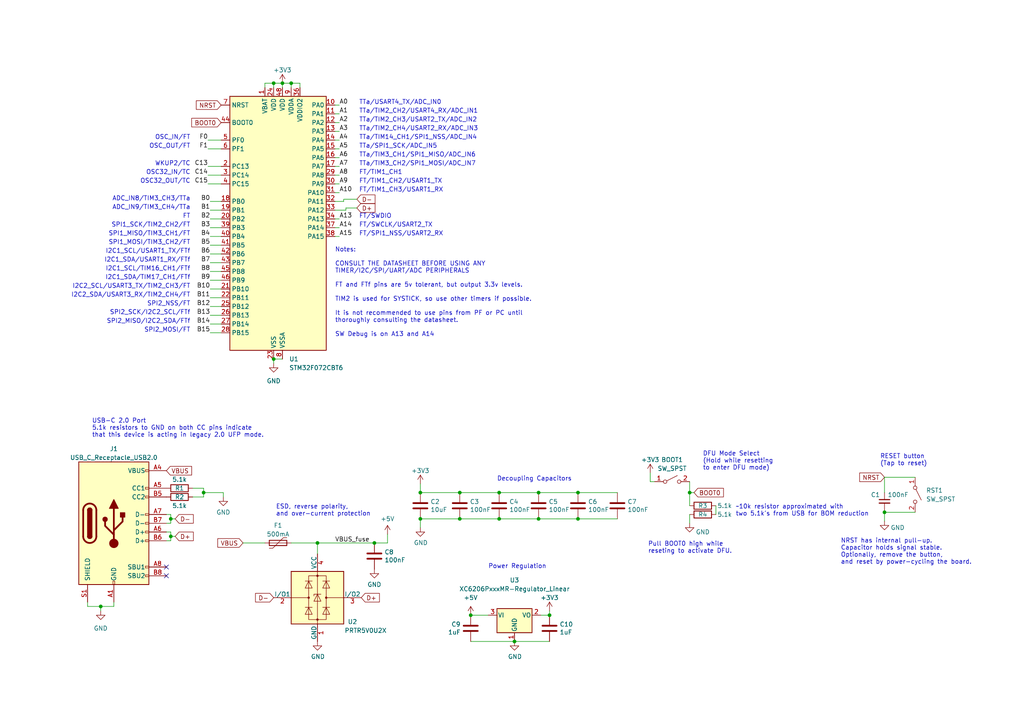
<source format=kicad_sch>
(kicad_sch (version 20250114) (generator "eeschema") (generator_version "9.0")
  (paper "A4")
  (lib_symbols
    (symbol "+5V_1" (power) (pin_names (offset 0))
      (property "Value" "+5V_1" (at 0 3.556 0))
      (symbol "+5V_1_0_1"
        (polyline (pts (xy -0.762 1.27) (xy 0 2.54)))
        (polyline (pts (xy 0 2.54) (xy 0.762 1.27)))
        (polyline (pts (xy 0 0) (xy 0 2.54)))
      )
      (symbol "+5V_1_1_1"
        (pin power_in line (at 0 0 90) (length 0) (hide yes) (name "+5V") (number "1"))
      )
    )
    (symbol "Connector:USB_C_Receptacle_USB2.0" (pin_names (offset 1.016))
      (property "Reference" "J" (at -10.16 19.05 0))
      (property "Value" "USB_C_Receptacle_USB2.0" (at 19.05 19.05 0))
      (symbol "USB_C_Receptacle_USB2.0_0_0"
        (rectangle (start -0.254 -17.78) (end 0.254 -16.764))
        (rectangle (start 10.16 15.494) (end 9.144 14.986))
        (rectangle (start 10.16 10.414) (end 9.144 9.906))
        (rectangle (start 10.16 7.874) (end 9.144 7.366))
        (rectangle (start 10.16 2.794) (end 9.144 2.286))
        (rectangle (start 10.16 0.254) (end 9.144 -0.254))
        (rectangle (start 10.16 -2.286) (end 9.144 -2.794))
        (rectangle (start 10.16 -4.826) (end 9.144 -5.334))
        (rectangle (start 10.16 -12.446) (end 9.144 -12.954))
        (rectangle (start 10.16 -14.986) (end 9.144 -15.494))
      )
      (symbol "USB_C_Receptacle_USB2.0_0_1"
        (rectangle (start -10.16 17.78) (end 10.16 -17.78) (stroke (width 0.254)) (fill (type background)))
        (polyline (pts (xy -8.89 -3.81) (xy -8.89 3.81)) (stroke (width 0.508)))
        (rectangle (start -7.62 -3.81) (end -6.35 3.81) (stroke (width 0.254)) (fill (type outline)))
        (arc (start -7.62 3.81) (mid -6.985 4.4423) (end -6.35 3.81) (stroke (width 0.254)))
        (arc (start -7.62 3.81) (mid -6.985 4.4423) (end -6.35 3.81) (stroke (width 0.254)) (fill (type outline)))
        (arc (start -8.89 3.81) (mid -6.985 5.7067) (end -5.08 3.81) (stroke (width 0.508)))
        (arc (start -5.08 -3.81) (mid -6.985 -5.7067) (end -8.89 -3.81) (stroke (width 0.508)))
        (arc (start -6.35 -3.81) (mid -6.985 -4.4423) (end -7.62 -3.81) (stroke (width 0.254)))
        (arc (start -6.35 -3.81) (mid -6.985 -4.4423) (end -7.62 -3.81) (stroke (width 0.254)) (fill (type outline)))
        (polyline (pts (xy -5.08 3.81) (xy -5.08 -3.81)) (stroke (width 0.508)))
        (circle (center -2.54 1.143) (radius 0.635) (stroke (width 0.254)) (fill (type outline)))
        (polyline (pts (xy -1.27 4.318) (xy 0 6.858) (xy 1.27 4.318) (xy -1.27 4.318)) (stroke (width 0.254)) (fill (type outline)))
        (polyline (pts (xy 0 -2.032) (xy 2.54 0.508) (xy 2.54 1.778)) (stroke (width 0.508)))
        (polyline (pts (xy 0 -3.302) (xy -2.54 -0.762) (xy -2.54 0.508)) (stroke (width 0.508)))
        (polyline (pts (xy 0 -5.842) (xy 0 4.318)) (stroke (width 0.508)))
        (circle (center 0 -5.842) (radius 1.27) (fill (type outline)))
        (rectangle (start 1.905 1.778) (end 3.175 3.048) (stroke (width 0.254)) (fill (type outline)))
      )
      (symbol "USB_C_Receptacle_USB2.0_1_1"
        (pin passive line (at -7.62 -22.86 90) (length 5.08) (name "SHIELD") (number "S1"))
        (pin passive line (at 0 -22.86 90) (length 5.08) (name "GND") (number "A1"))
        (pin passive line (at 0 -22.86 90) (length 5.08) (hide yes) (name "GND") (number "A12"))
        (pin passive line (at 0 -22.86 90) (length 5.08) (hide yes) (name "GND") (number "B1"))
        (pin passive line (at 0 -22.86 90) (length 5.08) (hide yes) (name "GND") (number "B12"))
        (pin passive line (at 15.24 15.24 180) (length 5.08) (name "VBUS") (number "A4"))
        (pin passive line (at 15.24 15.24 180) (length 5.08) (hide yes) (name "VBUS") (number "A9"))
        (pin passive line (at 15.24 15.24 180) (length 5.08) (hide yes) (name "VBUS") (number "B4"))
        (pin passive line (at 15.24 15.24 180) (length 5.08) (hide yes) (name "VBUS") (number "B9"))
        (pin bidirectional line (at 15.24 10.16 180) (length 5.08) (name "CC1") (number "A5"))
        (pin bidirectional line (at 15.24 7.62 180) (length 5.08) (name "CC2") (number "B5"))
        (pin bidirectional line (at 15.24 2.54 180) (length 5.08) (name "D-") (number "A7"))
        (pin bidirectional line (at 15.24 0 180) (length 5.08) (name "D-") (number "B7"))
        (pin bidirectional line (at 15.24 -2.54 180) (length 5.08) (name "D+") (number "A6"))
        (pin bidirectional line (at 15.24 -5.08 180) (length 5.08) (name "D+") (number "B6"))
        (pin bidirectional line (at 15.24 -12.7 180) (length 5.08) (name "SBU1") (number "A8"))
        (pin bidirectional line (at 15.24 -15.24 180) (length 5.08) (name "SBU2") (number "B8"))
      )
    )
    (symbol "Device:C" (pin_numbers (hide yes)) (pin_names (offset 0.254))
      (property "Reference" "C" (at 0.635 2.54 0))
      (property "Value" "C" (at 0.635 -2.54 0))
      (symbol "C_0_1"
        (polyline (pts (xy -2.032 0.762) (xy 2.032 0.762)) (stroke (width 0.508)))
        (polyline (pts (xy -2.032 -0.762) (xy 2.032 -0.762)) (stroke (width 0.508)))
      )
      (symbol "C_1_1"
        (pin passive line (at 0 3.81 270) (length 2.794) (name "~") (number "1"))
        (pin passive line (at 0 -3.81 90) (length 2.794) (name "~") (number "2"))
      )
    )
    (symbol "Device:C_Small" (pin_numbers (hide yes)) (pin_names (offset 0.254) (hide yes))
      (property "Reference" "C" (at 0.254 1.778 0))
      (property "Value" "C_Small" (at 0.254 -2.032 0))
      (symbol "C_Small_0_1"
        (polyline (pts (xy -1.524 0.508) (xy 1.524 0.508)) (stroke (width 0.3048)))
        (polyline (pts (xy -1.524 -0.508) (xy 1.524 -0.508)) (stroke (width 0.3302)))
      )
      (symbol "C_Small_1_1"
        (pin passive line (at 0 2.54 270) (length 2.032) (name "~") (number "1"))
        (pin passive line (at 0 -2.54 90) (length 2.032) (name "~") (number "2"))
      )
    )
    (symbol "Device:Polyfuse" (pin_numbers (hide yes)) (pin_names (offset 0))
      (property "Reference" "F" (at -2.54 0 90))
      (property "Value" "Polyfuse" (at 2.54 0 90))
      (symbol "Polyfuse_0_1"
        (polyline (pts (xy -1.524 2.54) (xy -1.524 1.524) (xy 1.524 -1.524) (xy 1.524 -2.54)))
        (rectangle (start -0.762 2.54) (end 0.762 -2.54) (stroke (width 0.254)))
        (polyline (pts (xy 0 2.54) (xy 0 -2.54)))
      )
      (symbol "Polyfuse_1_1"
        (pin passive line (at 0 3.81 270) (length 1.27) (name "~") (number "1"))
        (pin passive line (at 0 -3.81 90) (length 1.27) (name "~") (number "2"))
      )
    )
    (symbol "Device:R" (pin_numbers (hide yes)) (pin_names (offset 0))
      (property "Reference" "R" (at 2.032 0 90))
      (property "Value" "R" (at 0 0 90))
      (symbol "R_0_1"
        (rectangle (start -1.016 -2.54) (end 1.016 2.54) (stroke (width 0.254)))
      )
      (symbol "R_1_1"
        (pin passive line (at 0 3.81 270) (length 1.27) (name "~") (number "1"))
        (pin passive line (at 0 -3.81 90) (length 1.27) (name "~") (number "2"))
      )
    )
    (symbol "MCU_ST_STM32F0:STM32F072CBTx"
      (property "Reference" "U" (at -12.7 39.37 0))
      (property "Value" "STM32F072CBTx" (at 10.16 39.37 0))
      (symbol "STM32F072CBTx_0_1"
        (rectangle (start -12.7 -35.56) (end 15.24 38.1) (stroke (width 0.254)) (fill (type background)))
      )
      (symbol "STM32F072CBTx_1_1"
        (pin input line (at -15.24 35.56 0) (length 2.54) (name "NRST") (number "7"))
        (pin input line (at -15.24 30.48 0) (length 2.54) (name "BOOT0") (number "44"))
        (pin bidirectional line (at -15.24 25.4 0) (length 2.54) (name "PF0") (number "5"))
        (pin bidirectional line (at -15.24 22.86 0) (length 2.54) (name "PF1") (number "6"))
        (pin bidirectional line (at -15.24 17.78 0) (length 2.54) (name "PC13") (number "2"))
        (pin bidirectional line (at -15.24 15.24 0) (length 2.54) (name "PC14") (number "3"))
        (pin bidirectional line (at -15.24 12.7 0) (length 2.54) (name "PC15") (number "4"))
        (pin bidirectional line (at -15.24 7.62 0) (length 2.54) (name "PB0") (number "18"))
        (pin bidirectional line (at -15.24 5.08 0) (length 2.54) (name "PB1") (number "19"))
        (pin bidirectional line (at -15.24 2.54 0) (length 2.54) (name "PB2") (number "20"))
        (pin bidirectional line (at -15.24 0 0) (length 2.54) (name "PB3") (number "39"))
        (pin bidirectional line (at -15.24 -2.54 0) (length 2.54) (name "PB4") (number "40"))
        (pin bidirectional line (at -15.24 -5.08 0) (length 2.54) (name "PB5") (number "41"))
        (pin bidirectional line (at -15.24 -7.62 0) (length 2.54) (name "PB6") (number "42"))
        (pin bidirectional line (at -15.24 -10.16 0) (length 2.54) (name "PB7") (number "43"))
        (pin bidirectional line (at -15.24 -12.7 0) (length 2.54) (name "PB8") (number "45"))
        (pin bidirectional line (at -15.24 -15.24 0) (length 2.54) (name "PB9") (number "46"))
        (pin bidirectional line (at -15.24 -17.78 0) (length 2.54) (name "PB10") (number "21"))
        (pin bidirectional line (at -15.24 -20.32 0) (length 2.54) (name "PB11") (number "22"))
        (pin bidirectional line (at -15.24 -22.86 0) (length 2.54) (name "PB12") (number "25"))
        (pin bidirectional line (at -15.24 -25.4 0) (length 2.54) (name "PB13") (number "26"))
        (pin bidirectional line (at -15.24 -27.94 0) (length 2.54) (name "PB14") (number "27"))
        (pin bidirectional line (at -15.24 -30.48 0) (length 2.54) (name "PB15") (number "28"))
        (pin power_in line (at -2.54 40.64 270) (length 2.54) (name "VBAT") (number "1"))
        (pin power_in line (at 0 40.64 270) (length 2.54) (name "VDD") (number "24"))
        (pin power_in line (at 0 -38.1 90) (length 2.54) (name "VSS") (number "23"))
        (pin passive line (at 0 -38.1 90) (length 2.54) (hide yes) (name "VSS") (number "35"))
        (pin passive line (at 0 -38.1 90) (length 2.54) (hide yes) (name "VSS") (number "47"))
        (pin power_in line (at 2.54 40.64 270) (length 2.54) (name "VDD") (number "48"))
        (pin power_in line (at 2.54 -38.1 90) (length 2.54) (name "VSSA") (number "8"))
        (pin power_in line (at 5.08 40.64 270) (length 2.54) (name "VDDA") (number "9"))
        (pin power_in line (at 7.62 40.64 270) (length 2.54) (name "VDDIO2") (number "36"))
        (pin bidirectional line (at 17.78 35.56 180) (length 2.54) (name "PA0") (number "10"))
        (pin bidirectional line (at 17.78 33.02 180) (length 2.54) (name "PA1") (number "11"))
        (pin bidirectional line (at 17.78 30.48 180) (length 2.54) (name "PA2") (number "12"))
        (pin bidirectional line (at 17.78 27.94 180) (length 2.54) (name "PA3") (number "13"))
        (pin bidirectional line (at 17.78 25.4 180) (length 2.54) (name "PA4") (number "14"))
        (pin bidirectional line (at 17.78 22.86 180) (length 2.54) (name "PA5") (number "15"))
        (pin bidirectional line (at 17.78 20.32 180) (length 2.54) (name "PA6") (number "16"))
        (pin bidirectional line (at 17.78 17.78 180) (length 2.54) (name "PA7") (number "17"))
        (pin bidirectional line (at 17.78 15.24 180) (length 2.54) (name "PA8") (number "29"))
        (pin bidirectional line (at 17.78 12.7 180) (length 2.54) (name "PA9") (number "30"))
        (pin bidirectional line (at 17.78 10.16 180) (length 2.54) (name "PA10") (number "31"))
        (pin bidirectional line (at 17.78 7.62 180) (length 2.54) (name "PA11") (number "32"))
        (pin bidirectional line (at 17.78 5.08 180) (length 2.54) (name "PA12") (number "33"))
        (pin bidirectional line (at 17.78 2.54 180) (length 2.54) (name "PA13") (number "34"))
        (pin bidirectional line (at 17.78 0 180) (length 2.54) (name "PA14") (number "37"))
        (pin bidirectional line (at 17.78 -2.54 180) (length 2.54) (name "PA15") (number "38"))
      )
    )
    (symbol "Power_Protection:PRTR5V0U2X" (pin_names (offset 0))
      (property "Reference" "D" (at 2.794 8.636 0))
      (property "Value" "PRTR5V0U2X" (at 8.128 -9.398 0))
      (symbol "PRTR5V0U2X_0_1"
        (rectangle (start -7.62 -7.62) (end 7.62 7.62) (stroke (width 0.254)) (fill (type background)))
        (polyline (pts (xy -3.556 2.794) (xy -1.524 2.794) (xy -2.54 4.826) (xy -3.556 2.794)))
        (polyline (pts (xy -3.556 -4.826) (xy -1.524 -4.826) (xy -2.54 -2.794) (xy -3.556 -4.826)))
        (rectangle (start -2.54 6.35) (end 2.54 -6.35))
        (circle (center -2.54 0) (radius 0.254) (fill (type outline)))
        (polyline (pts (xy -2.54 0) (xy -7.62 0)))
        (polyline (pts (xy -1.524 4.826) (xy -3.556 4.826)))
        (polyline (pts (xy -1.524 -2.794) (xy -3.556 -2.794)))
        (polyline (pts (xy -1.016 -1.016) (xy 1.016 -1.016) (xy 0 1.016) (xy -1.016 -1.016)))
        (circle (center 0 6.35) (radius 0.254) (fill (type outline)))
        (circle (center 0 -6.35) (radius 0.254) (fill (type outline)))
        (polyline (pts (xy 0 -7.62) (xy 0 7.62)))
        (polyline (pts (xy 1.016 1.016) (xy -1.016 1.016) (xy -1.016 0.508)))
        (polyline (pts (xy 1.524 4.826) (xy 3.556 4.826)))
        (polyline (pts (xy 1.524 -2.794) (xy 3.556 -2.794)))
        (polyline (pts (xy 2.54 0) (xy 7.62 0)))
        (circle (center 2.54 0) (radius 0.254) (fill (type outline)))
        (polyline (pts (xy 3.556 2.794) (xy 1.524 2.794) (xy 2.54 4.826) (xy 3.556 2.794)))
        (polyline (pts (xy 3.556 -4.826) (xy 1.524 -4.826) (xy 2.54 -2.794) (xy 3.556 -4.826)))
      )
      (symbol "PRTR5V0U2X_1_1"
        (pin passive line (at -12.7 0 0) (length 5.08) (name "I/O1") (number "2"))
        (pin passive line (at 0 12.7 270) (length 5.08) (name "VCC") (number "4"))
        (pin passive line (at 0 -12.7 90) (length 5.08) (name "GND") (number "1"))
        (pin passive line (at 12.7 0 180) (length 5.08) (name "I/O2") (number "3"))
      )
    )
    (symbol "Switch:SW_SPST" (pin_names (offset 0) (hide yes))
      (property "Reference" "SW" (at 0 3.175 0))
      (property "Value" "SW_SPST" (at 0 -2.54 0))
      (symbol "SW_SPST_0_0"
        (circle (center -2.032 0) (radius 0.508))
        (polyline (pts (xy -1.524 0.254) (xy 1.524 1.778)))
        (circle (center 2.032 0) (radius 0.508))
      )
      (symbol "SW_SPST_1_1"
        (pin passive line (at -5.08 0 0) (length 2.54) (name "A") (number "1"))
        (pin passive line (at 5.08 0 180) (length 2.54) (name "B") (number "2"))
      )
    )
    (symbol "kicad-keyboard-parts:XC6206PxxxMR-Regulator_Linear" (pin_names (offset 0.254))
      (property "Reference" "U" (at -3.81 3.175 0))
      (property "Value" "XC6206PxxxMR-Regulator_Linear" (at 0 3.175 0))
      (property "LCSC" "C5446" (at 0 0 0))
      (symbol "XC6206PxxxMR-Regulator_Linear_0_1"
        (rectangle (start -5.08 1.905) (end 5.08 -5.08) (stroke (width 0.254)) (fill (type background)))
      )
      (symbol "XC6206PxxxMR-Regulator_Linear_1_1"
        (pin power_in line (at -7.62 0 0) (length 2.54) (name "VI") (number "3"))
        (pin power_in line (at 0 -7.62 90) (length 2.54) (name "GND") (number "1"))
        (pin power_out line (at 7.62 0 180) (length 2.54) (name "VO") (number "2"))
      )
    )
    (symbol "power:+3V3" (power) (pin_names (offset 0))
      (property "Value" "+3V3" (at 0 3.556 0))
      (symbol "+3V3_0_1"
        (polyline (pts (xy -0.762 1.27) (xy 0 2.54)))
        (polyline (pts (xy 0 2.54) (xy 0.762 1.27)))
        (polyline (pts (xy 0 0) (xy 0 2.54)))
      )
      (symbol "+3V3_1_1"
        (pin power_in line (at 0 0 90) (length 0) (hide yes) (name "+3V3") (number "1"))
      )
    )
    (symbol "power:+5V" (power) (pin_names (offset 0))
      (property "Value" "+5V" (at 0 3.556 0))
      (symbol "+5V_0_1"
        (polyline (pts (xy -0.762 1.27) (xy 0 2.54)))
        (polyline (pts (xy 0 2.54) (xy 0.762 1.27)))
        (polyline (pts (xy 0 0) (xy 0 2.54)))
      )
      (symbol "+5V_1_1"
        (pin power_in line (at 0 0 90) (length 0) (hide yes) (name "+5V") (number "1"))
      )
    )
    (symbol "power:GND" (power) (pin_names (offset 0))
      (property "Value" "GND" (at 0 -3.81 0))
      (symbol "GND_0_1"
        (polyline (pts (xy 0 0) (xy 0 -1.27) (xy 1.27 -1.27) (xy 0 -2.54) (xy -1.27 -1.27) (xy 0 -1.27)))
      )
      (symbol "GND_1_1"
        (pin power_in line (at 0 0 270) (length 0) (hide yes) (name "GND") (number "1"))
      )
    )
  )
  (text "SPI1_SCK/TIM2_CH2/FT" (at 55.245 66.04 0) (effects (font (size 1.27 1.27)) (justify right bottom)))
  (text "FT/TIM1_CH1" (at 104.14 50.8 0) (effects (font (size 1.27 1.27)) (justify left bottom)))
  (text "FT/TIM1_CH3/USART1_RX" (at 104.14 55.88 0) (effects (font (size 1.27 1.27)) (justify left bottom)))
  (text "SPI2_NSS/FT" (at 55.245 88.9 0) (effects (font (size 1.27 1.27)) (justify right bottom)))
  (text "Notes:\n\nCONSULT THE DATASHEET BEFORE USING ANY \nTIMER/I2C/SPI/UART/ADC PERIPHERALS\n\nFT and FTf pins are 5v tolerant, but output 3.3v levels.\n\nTIM2 is used for SYSTICK, so use other timers if possible.\n\nIt is not recommended to use pins from PF or PC until\nthoroughly consulting the datasheet.\n\nSW Debug is on A13 and A14" (at 97.155 97.79 0) (effects (font (size 1.27 1.27)) (justify left bottom)))
  (text "TTa/TIM2_CH4/USART2_RX/ADC_IN3" (at 104.14 38.1 0) (effects (font (size 1.27 1.27)) (justify left bottom)))
  (text "NRST has internal pull-up.\nCapacitor holds signal stable.\nOptionally, remove the button,\nand reset by power-cycling the board." (at 243.84 163.83 0) (effects (font (size 1.27 1.27)) (justify left bottom)))
  (text "FT/SWDIO" (at 104.14 63.5 0) (effects (font (size 1.27 1.27)) (justify left bottom)))
  (text "Decoupling Capacitors" (at 144.145 139.7 0) (effects (font (size 1.27 1.27)) (justify left bottom)))
  (text "SPI1_MOSI/TIM3_CH2/FT" (at 55.245 71.12 0) (effects (font (size 1.27 1.27)) (justify right bottom)))
  (text "ADC_IN9/TIM3_CH4/TTa" (at 55.245 60.96 0) (effects (font (size 1.27 1.27)) (justify right bottom)))
  (text "I2C2_SCL/USART3_TX/TIM2_CH3/FT" (at 55.245 83.82 0) (effects (font (size 1.27 1.27)) (justify right bottom)))
  (text "SPI2_MISO/I2C2_SDA/FTf" (at 55.245 93.98 0) (effects (font (size 1.27 1.27)) (justify right bottom)))
  (text "FT/SWCLK/USART2_TX" (at 104.14 66.04 0) (effects (font (size 1.27 1.27)) (justify left bottom)))
  (text "I2C1_SCL/TIM16_CH1/FTf" (at 55.245 78.74 0) (effects (font (size 1.27 1.27)) (justify right bottom)))
  (text "~10k resistor approximated with\ntwo 5.1k's from USB for BOM reduction" (at 213.36 149.86 0) (effects (font (size 1.27 1.27)) (justify left bottom)))
  (text "TTa/TIM2_CH2/USART4_RX/ADC_IN1" (at 104.14 33.02 0) (effects (font (size 1.27 1.27)) (justify left bottom)))
  (text "USB-C 2.0 Port\n5.1k resistors to GND on both CC pins indicate\nthat this device is acting in legacy 2.0 UFP mode." (at 26.67 127 0) (effects (font (size 1.27 1.27)) (justify left bottom)))
  (text "TTa/TIM2_CH3/USART2_TX/ADC_IN2" (at 104.14 35.56 0) (effects (font (size 1.27 1.27)) (justify left bottom)))
  (text "OSC_IN/FT" (at 55.245 40.64 0) (effects (font (size 1.27 1.27)) (justify right bottom)))
  (text "DFU Mode Select\n(Hold while resetting\nto enter DFU mode)" (at 203.835 136.525 0) (effects (font (size 1.27 1.27)) (justify left bottom)))
  (text "WKUP2/TC" (at 55.245 48.26 0) (effects (font (size 1.27 1.27)) (justify right bottom)))
  (text "I2C2_SDA/USART3_RX/TIM2_CH4/FT" (at 55.245 86.36 0) (effects (font (size 1.27 1.27)) (justify right bottom)))
  (text "ADC_IN8/TIM3_CH3/TTa" (at 55.245 58.42 0) (effects (font (size 1.27 1.27)) (justify right bottom)))
  (text "RESET button\n(Tap to reset)" (at 255.27 135.255 0) (effects (font (size 1.27 1.27)) (justify left bottom)))
  (text "Pull BOOT0 high while \nreseting to activate DFU." (at 187.96 160.655 0) (effects (font (size 1.27 1.27)) (justify left bottom)))
  (text "I2C1_SDA/TIM17_CH1/FTf" (at 55.245 81.28 0) (effects (font (size 1.27 1.27)) (justify right bottom)))
  (text "TTa/SPI1_SCK/ADC_IN5" (at 104.14 43.18 0) (effects (font (size 1.27 1.27)) (justify left bottom)))
  (text "TTa/TIM3_CH1/SPI1_MISO/ADC_IN6" (at 104.14 45.72 0) (effects (font (size 1.27 1.27)) (justify left bottom)))
  (text "TTa/TIM3_CH2/SPI1_MOSI/ADC_IN7" (at 104.14 48.26 0) (effects (font (size 1.27 1.27)) (justify left bottom)))
  (text "OSC32_OUT/TC" (at 55.245 53.34 0) (effects (font (size 1.27 1.27)) (justify right bottom)))
  (text "FT/SPI1_NSS/USART2_RX" (at 104.14 68.58 0) (effects (font (size 1.27 1.27)) (justify left bottom)))
  (text "SPI1_MISO/TIM3_CH1/FT" (at 55.245 68.58 0) (effects (font (size 1.27 1.27)) (justify right bottom)))
  (text "OSC32_IN/TC" (at 55.245 50.8 0) (effects (font (size 1.27 1.27)) (justify right bottom)))
  (text "TTa/TIM14_CH1/SPI1_NSS/ADC_IN4" (at 104.14 40.64 0) (effects (font (size 1.27 1.27)) (justify left bottom)))
  (text "I2C1_SDA/USART1_RX/FTf" (at 55.245 76.2 0) (effects (font (size 1.27 1.27)) (justify right bottom)))
  (text "SPI2_MOSI/FT" (at 55.245 96.52 0) (effects (font (size 1.27 1.27)) (justify right bottom)))
  (text "FT/TIM1_CH2/USART1_TX" (at 104.14 53.34 0) (effects (font (size 1.27 1.27)) (justify left bottom)))
  (text "Power Regulation" (at 141.605 165.1 0) (effects (font (size 1.27 1.27)) (justify left bottom)))
  (text "SPI2_SCK/I2C2_SCL/FTf" (at 55.245 91.44 0) (effects (font (size 1.27 1.27)) (justify right bottom)))
  (text "OSC_OUT/FT" (at 55.245 43.18 0) (effects (font (size 1.27 1.27)) (justify right bottom)))
  (text "ESD, reverse polarity,\nand over-current protection" (at 80.01 149.86 0) (effects (font (size 1.27 1.27)) (justify left bottom)))
  (text "FT" (at 55.245 63.5 0) (effects (font (size 1.27 1.27)) (justify right bottom)))
  (text "TTa/USART4_TX/ADC_IN0" (at 104.14 30.48 0) (effects (font (size 1.27 1.27)) (justify left bottom)))
  (text "I2C1_SCL/USART1_TX/FTf" (at 55.245 73.66 0) (effects (font (size 1.27 1.27)) (justify right bottom)))
  (junction (at 200.025 142.875))
  (junction (at 81.915 24.13))
  (junction (at 159.385 178.435))
  (junction (at 59.055 142.875))
  (junction (at 79.375 24.13))
  (junction (at 156.21 150.495))
  (junction (at 136.525 178.435))
  (junction (at 156.21 142.875))
  (junction (at 121.92 150.495))
  (junction (at 149.225 186.055) (diameter 0.9144))
  (junction (at 256.54 148.59))
  (junction (at 121.92 142.875))
  (junction (at 79.375 104.14))
  (junction (at 144.78 150.495))
  (junction (at 133.35 150.495))
  (junction (at 167.64 150.495))
  (junction (at 167.64 142.875))
  (junction (at 92.075 157.48))
  (junction (at 144.78 142.875))
  (junction (at 108.585 157.48))
  (junction (at 49.53 155.575))
  (junction (at 29.21 175.895))
  (junction (at 49.53 150.495))
  (junction (at 133.35 142.875))
  (junction (at 84.455 24.13))
  (no_connect (at 48.26 167.005))
  (no_connect (at 48.26 164.465))
  (wire (pts (xy 167.64 150.495) (xy 179.07 150.495)))
  (wire (pts (xy 48.26 156.845) (xy 49.53 156.845)))
  (wire (pts (xy 60.96 76.2) (xy 64.135 76.2)))
  (wire (pts (xy 98.425 40.64) (xy 97.155 40.64)))
  (wire (pts (xy 29.21 175.895) (xy 33.02 175.895)))
  (wire (pts (xy 60.96 60.96) (xy 64.135 60.96)))
  (wire (pts (xy 86.995 24.13) (xy 86.995 25.4)))
  (wire (pts (xy 48.26 149.225) (xy 49.53 149.225)))
  (wire (pts (xy 98.425 53.34) (xy 97.155 53.34)))
  (wire (pts (xy 59.055 144.145) (xy 59.055 142.875)))
  (wire (pts (xy 144.78 150.495) (xy 133.35 150.495)))
  (wire (pts (xy 55.88 144.145) (xy 59.055 144.145)))
  (wire (pts (xy 98.425 48.26) (xy 97.155 48.26)))
  (wire (pts (xy 49.53 150.495) (xy 49.53 151.765)))
  (wire (pts (xy 59.055 142.875) (xy 59.055 141.605)))
  (wire (pts (xy 189.865 139.7) (xy 188.595 139.7)))
  (wire (pts (xy 29.21 177.165) (xy 29.21 175.895)))
  (wire (pts (xy 84.455 24.13) (xy 84.455 25.4)))
  (wire (pts (xy 98.425 35.56) (xy 97.155 35.56)))
  (wire (pts (xy 59.055 142.875) (xy 64.77 142.875)))
  (wire (pts (xy 144.78 142.875) (xy 133.35 142.875)))
  (wire (pts (xy 60.96 63.5) (xy 64.135 63.5)))
  (wire (pts (xy 84.455 24.13) (xy 86.995 24.13)))
  (wire (pts (xy 200.025 142.875) (xy 201.295 142.875)))
  (wire (pts (xy 60.96 78.74) (xy 64.135 78.74)))
  (wire (pts (xy 79.375 24.13) (xy 79.375 25.4)))
  (wire (pts (xy 55.88 141.605) (xy 59.055 141.605)))
  (wire (pts (xy 149.225 186.055) (xy 159.385 186.055)))
  (wire (pts (xy 60.96 93.98) (xy 64.135 93.98)))
  (wire (pts (xy 79.375 105.41) (xy 79.375 104.14)))
  (wire (pts (xy 60.96 83.82) (xy 64.135 83.82)))
  (wire (pts (xy 98.425 38.1) (xy 97.155 38.1)))
  (wire (pts (xy 256.54 151.13) (xy 256.54 148.59)))
  (wire (pts (xy 60.96 73.66) (xy 64.135 73.66)))
  (wire (pts (xy 136.525 178.435) (xy 141.605 178.435)))
  (wire (pts (xy 207.645 146.685) (xy 207.645 149.225)))
  (wire (pts (xy 156.21 142.875) (xy 167.64 142.875)))
  (wire (pts (xy 98.425 63.5) (xy 97.155 63.5)))
  (wire (pts (xy 60.96 71.12) (xy 64.135 71.12)))
  (wire (pts (xy 108.585 157.48) (xy 112.395 157.48)))
  (wire (pts (xy 188.595 139.7) (xy 188.595 137.16)))
  (wire (pts (xy 100.33 60.325) (xy 100.33 60.96)))
  (wire (pts (xy 60.96 66.04) (xy 64.135 66.04)))
  (wire (pts (xy 76.835 24.13) (xy 76.835 25.4)))
  (wire (pts (xy 98.425 43.18) (xy 97.155 43.18)))
  (wire (pts (xy 60.96 91.44) (xy 64.135 91.44)))
  (wire (pts (xy 256.54 138.43) (xy 265.43 138.43)))
  (wire (pts (xy 156.845 178.435) (xy 159.385 178.435)))
  (wire (pts (xy 144.78 142.875) (xy 156.21 142.875)))
  (wire (pts (xy 98.425 45.72) (xy 97.155 45.72)))
  (wire (pts (xy 200.025 139.7) (xy 200.025 142.875)))
  (wire (pts (xy 84.455 24.13) (xy 81.915 24.13)))
  (wire (pts (xy 60.96 58.42) (xy 64.135 58.42)))
  (wire (pts (xy 256.54 138.43) (xy 256.54 142.875)))
  (wire (pts (xy 98.425 55.88) (xy 97.155 55.88)))
  (wire (pts (xy 60.96 86.36) (xy 64.135 86.36)))
  (wire (pts (xy 70.485 157.48) (xy 76.835 157.48)))
  (wire (pts (xy 100.33 60.96) (xy 97.155 60.96)))
  (wire (pts (xy 121.92 153.035) (xy 121.92 150.495)))
  (wire (pts (xy 49.53 156.845) (xy 49.53 155.575)))
  (wire (pts (xy 60.325 48.26) (xy 64.135 48.26)))
  (wire (pts (xy 60.325 50.8) (xy 64.135 50.8)))
  (wire (pts (xy 48.26 154.305) (xy 49.53 154.305)))
  (wire (pts (xy 84.455 157.48) (xy 92.075 157.48)))
  (wire (pts (xy 79.375 104.14) (xy 81.915 104.14)))
  (wire (pts (xy 167.64 142.875) (xy 179.07 142.875)))
  (wire (pts (xy 121.92 140.335) (xy 121.92 142.875)))
  (wire (pts (xy 60.96 96.52) (xy 64.135 96.52)))
  (wire (pts (xy 256.54 148.59) (xy 256.54 147.955)))
  (wire (pts (xy 49.53 150.495) (xy 50.8 150.495)))
  (wire (pts (xy 79.375 24.13) (xy 81.915 24.13)))
  (wire (pts (xy 256.54 148.59) (xy 265.43 148.59)))
  (wire (pts (xy 200.025 149.225) (xy 200.025 151.765)))
  (wire (pts (xy 60.325 40.64) (xy 64.135 40.64)))
  (wire (pts (xy 60.96 88.9) (xy 64.135 88.9)))
  (wire (pts (xy 60.96 81.28) (xy 64.135 81.28)))
  (wire (pts (xy 25.4 175.895) (xy 29.21 175.895)))
  (wire (pts (xy 112.395 154.94) (xy 112.395 157.48)))
  (wire (pts (xy 76.835 24.13) (xy 79.375 24.13)))
  (wire (pts (xy 60.96 68.58) (xy 64.135 68.58)))
  (wire (pts (xy 200.025 142.875) (xy 200.025 146.685)))
  (wire (pts (xy 48.26 151.765) (xy 49.53 151.765)))
  (wire (pts (xy 99.695 57.785) (xy 99.695 58.42)))
  (wire (pts (xy 25.4 174.625) (xy 25.4 175.895)))
  (wire (pts (xy 103.505 60.325) (xy 100.33 60.325)))
  (wire (pts (xy 49.53 154.305) (xy 49.53 155.575)))
  (wire (pts (xy 98.425 50.8) (xy 97.155 50.8)))
  (wire (pts (xy 98.425 33.02) (xy 97.155 33.02)))
  (wire (pts (xy 98.425 66.04) (xy 97.155 66.04)))
  (wire (pts (xy 49.53 155.575) (xy 50.8 155.575)))
  (wire (pts (xy 133.35 150.495) (xy 121.92 150.495)))
  (wire (pts (xy 159.385 177.165) (xy 159.385 178.435)))
  (wire (pts (xy 64.77 142.875) (xy 64.77 144.145)))
  (wire (pts (xy 33.02 175.895) (xy 33.02 174.625)))
  (wire (pts (xy 99.695 58.42) (xy 97.155 58.42)))
  (wire (pts (xy 92.075 157.48) (xy 92.075 160.655)))
  (wire (pts (xy 60.325 43.18) (xy 64.135 43.18)))
  (wire (pts (xy 103.505 57.785) (xy 99.695 57.785)))
  (wire (pts (xy 149.225 186.055) (xy 136.525 186.055)))
  (wire (pts (xy 92.075 157.48) (xy 108.585 157.48)))
  (wire (pts (xy 98.425 30.48) (xy 97.155 30.48)))
  (wire (pts (xy 98.425 68.58) (xy 97.155 68.58)))
  (wire (pts (xy 81.915 24.13) (xy 81.915 25.4)))
  (wire (pts (xy 133.35 142.875) (xy 121.92 142.875)))
  (wire (pts (xy 49.53 149.225) (xy 49.53 150.495)))
  (wire (pts (xy 144.78 150.495) (xy 156.21 150.495)))
  (wire (pts (xy 156.21 150.495) (xy 167.64 150.495)))
  (wire (pts (xy 60.325 53.34) (xy 64.135 53.34)))
  (label "A1" (at 98.425 33.02 0))
  (label "A3" (at 98.425 38.1 0))
  (label "A13" (at 98.425 63.5 0))
  (label "A10" (at 98.425 55.88 0))
  (label "B7" (at 60.96 76.2 180))
  (label "B13" (at 60.96 91.44 180))
  (label "A6" (at 98.425 45.72 0))
  (label "B1" (at 60.96 60.96 180))
  (label "B9" (at 60.96 81.28 180))
  (label "B5" (at 60.96 71.12 180))
  (label "B14" (at 60.96 93.98 180))
  (label "A8" (at 98.425 50.8 0))
  (label "B0" (at 60.96 58.42 180))
  (label "A9" (at 98.425 53.34 0))
  (label "VBUS_fuse" (at 97.155 157.48 0))
  (label "A2" (at 98.425 35.56 0))
  (label "B8" (at 60.96 78.74 180))
  (label "A4" (at 98.425 40.64 0))
  (label "B12" (at 60.96 88.9 180))
  (label "B4" (at 60.96 68.58 180))
  (label "C14" (at 60.325 50.8 180))
  (label "B6" (at 60.96 73.66 180))
  (label "B15" (at 60.96 96.52 180))
  (label "A14" (at 98.425 66.04 0))
  (label "B10" (at 60.96 83.82 180))
  (label "B11" (at 60.96 86.36 180))
  (label "C15" (at 60.325 53.34 180))
  (label "B3" (at 60.96 66.04 180))
  (label "A0" (at 98.425 30.48 0))
  (label "B2" (at 60.96 63.5 180))
  (label "F1" (at 60.325 43.18 180))
  (label "A5" (at 98.425 43.18 0))
  (label "A7" (at 98.425 48.26 0))
  (label "C13" (at 60.325 48.26 180))
  (label "F0" (at 60.325 40.64 180))
  (label "A15" (at 98.425 68.58 0))
  (global_label "VBUS" (shape input) (at 70.485 157.48 180) (property "Intersheetrefs" "${INTERSHEET_REFS}" (effects (hide yes))))
  (global_label "D-" (shape input) (at 103.505 57.785 0) (property "Intersheetrefs" "${INTERSHEET_REFS}" (effects (hide yes))))
  (global_label "D-" (shape input) (at 79.375 173.355 180) (property "Intersheetrefs" "${INTERSHEET_REFS}" (effects (hide yes))))
  (global_label "BOOT0" (shape input) (at 64.135 35.56 180) (property "Intersheetrefs" "${INTERSHEET_REFS}" (effects (hide yes))))
  (global_label "D+" (shape input) (at 103.505 60.325 0) (property "Intersheetrefs" "${INTERSHEET_REFS}" (effects (hide yes))))
  (global_label "D+" (shape input) (at 104.775 173.355 0) (property "Intersheetrefs" "${INTERSHEET_REFS}" (effects (hide yes))))
  (global_label "D-" (shape input) (at 50.8 150.495 0) (property "Intersheetrefs" "${INTERSHEET_REFS}" (effects (hide yes))))
  (global_label "NRST" (shape input) (at 256.54 138.43 180) (property "Intersheetrefs" "${INTERSHEET_REFS}" (effects (hide yes))))
  (global_label "NRST" (shape input) (at 64.135 30.48 180) (property "Intersheetrefs" "${INTERSHEET_REFS}" (effects (hide yes))))
  (global_label "BOOT0" (shape input) (at 201.295 142.875 0) (property "Intersheetrefs" "${INTERSHEET_REFS}" (effects (hide yes))))
  (global_label "D+" (shape input) (at 50.8 155.575 0) (property "Intersheetrefs" "${INTERSHEET_REFS}" (effects (hide yes))))
  (global_label "VBUS" (shape input) (at 48.26 136.525 0) (property "Intersheetrefs" "${INTERSHEET_REFS}" (effects (hide yes))))
  (symbol (lib_id "Connector:USB_C_Receptacle_USB2.0") (at 33.02 151.765 0) (unit 1)
    (property "Reference" "J1" (at 33.02 130.175 0))
    (property "Value" "USB_C_Receptacle_USB2.0" (at 33.02 132.715 0))
    (property "Footprint" "Connector_USB:USB_C_Receptacle_HRO_TYPE-C-31-M-12" (effects (hide yes)))
    (property "Datasheet" "https://www.usb.org/sites/default/files/documents/usb_type-c.zip" (effects (hide yes)))
    (property "JlcRotOffset" "180" (effects (hide yes)))
    (property "JlcPosOffset" "0,1.5" (effects (hide yes)))
  )
  (symbol (lib_id "power:+3V3") (at 81.915 24.13 0) (unit 1)
    (property "Reference" "#PWR01" (effects (hide yes)))
    (property "Value" "+3V3" (at 81.915 20.32 0))
  )
  (symbol (lib_id "Device:R") (at 203.835 146.685 90) (unit 1)
    (property "Reference" "R3" (at 203.835 146.685 90))
    (property "Value" "5.1k" (at 210.185 146.685 90))
    (property "Footprint" "Resistor_SMD:R_0402_1005Metric" (effects (hide yes)))
  )
  (symbol (lib_id "Device:C") (at 108.585 161.29 0) (unit 1)
    (property "Reference" "C8" (at 111.506 160.1216 0) (effects (justify left)))
    (property "Value" "100nF" (at 111.506 162.433 0) (effects (justify left)))
    (property "Footprint" "Capacitor_SMD:C_0402_1005Metric" (effects (hide yes)))
    (property "LCSC" "C307331" (effects (hide yes)))
  )
  (symbol (lib_id "Device:Polyfuse") (at 80.645 157.48 90) (unit 1)
    (property "Reference" "F1" (at 80.645 152.4 90))
    (property "Value" "500mA" (at 80.645 154.94 90))
    (property "Footprint" "Fuse:Fuse_1206_3216Metric" (effects (hide yes)))
    (property "LCSC" "C135341" (effects (hide yes)))
  )
  (symbol (lib_id "power:GND") (at 79.375 105.41 0) (unit 1)
    (property "Reference" "#PWR02" (effects (hide yes)))
    (property "Value" "GND" (at 79.375 110.49 0))
  )
  (symbol (lib_id "power:GND") (at 64.77 144.145 0) (unit 1)
    (property "Reference" "#PWR05" (effects (hide yes)))
    (property "Value" "GND" (at 64.77 148.59 0))
  )
  (symbol (lib_id "power:GND") (at 121.92 153.035 0) (unit 1)
    (property "Reference" "#PWR08" (effects (hide yes)))
    (property "Value" "GND" (at 122.047 157.4292 0))
  )
  (symbol (lib_id "MCU_ST_STM32F0:STM32F072CBTx") (at 79.375 66.04 0) (unit 1)
    (property "Reference" "U1" (at 83.8709 104.14 0) (effects (justify left)))
    (property "Value" "STM32F072CBT6" (at 83.8709 106.68 0) (effects (justify left)))
    (property "Footprint" "Package_QFP:LQFP-48_7x7mm_P0.5mm" (effects (hide yes)))
    (property "Datasheet" "https://www.st.com/resource/en/datasheet/stm32f072cb.pdf" (effects (hide yes)))
    (property "JlcRotOffset" "90" (effects (hide yes)))
  )
  (symbol (lib_id "Device:C") (at 167.64 146.685 0) (unit 1)
    (property "Reference" "C6" (at 170.561 145.5166 0) (effects (justify left)))
    (property "Value" "100nF" (at 170.561 147.828 0) (effects (justify left)))
    (property "Footprint" "Capacitor_SMD:C_0402_1005Metric" (effects (hide yes)))
    (property "LCSC" "C307331" (effects (hide yes)))
  )
  (symbol (lib_id "power:+3V3") (at 121.92 140.335 0) (unit 1)
    (property "Reference" "#PWR04" (effects (hide yes)))
    (property "Value" "+3V3" (at 121.92 136.525 0))
  )
  (symbol (lib_id "power:GND") (at 29.21 177.165 0) (unit 1)
    (property "Reference" "#PWR011" (effects (hide yes)))
    (property "Value" "GND" (at 29.21 182.245 0))
  )
  (symbol (lib_id "Device:C") (at 159.385 182.245 0) (unit 1)
    (property "Reference" "C10" (at 162.306 181.0766 0) (effects (justify left)))
    (property "Value" "1uF" (at 162.306 183.388 0) (effects (justify left)))
    (property "Footprint" "Capacitor_SMD:C_0402_1005Metric" (effects (hide yes)))
    (property "LCSC" "C307331" (effects (hide yes)))
  )
  (symbol (lib_id "kicad-keyboard-parts:XC6206PxxxMR-Regulator_Linear") (at 149.225 178.435 0) (unit 1)
    (property "Reference" "U3" (at 149.225 168.275 0))
    (property "Value" "XC6206PxxxMR-Regulator_Linear" (at 149.225 170.815 0))
    (property "Footprint" "Package_TO_SOT_SMD:SOT-23" (effects (hide yes)))
    (property "Datasheet" "https://www.torexsemi.com/file/xc6206/XC6206.pdf" (effects (hide yes)))
    (property "LCSC" "C5446" (effects (hide yes)))
  )
  (symbol (lib_id "power:GND") (at 200.025 151.765 0) (unit 1)
    (property "Reference" "#PWR07" (effects (hide yes)))
    (property "Value" "GND" (at 203.835 154.305 0))
  )
  (symbol (lib_id "power:+3V3") (at 188.595 137.16 0) (mirror y) (unit 1)
    (property "Reference" "#PWR03" (effects (hide yes)))
    (property "Value" "+3V3" (at 188.595 133.35 0))
  )
  (symbol (lib_id "power:+3V3") (at 159.385 177.165 0) (unit 1)
    (property "Reference" "#PWR012" (effects (hide yes)))
    (property "Value" "+3V3" (at 159.385 173.355 0))
  )
  (symbol (lib_name "+5V_1") (lib_id "power:+5V") (at 112.395 154.94 0) (unit 1)
    (property "Reference" "#PWR09" (effects (hide yes)))
    (property "Value" "+5V" (at 112.395 150.495 0))
  )
  (symbol (lib_id "Device:R") (at 52.07 141.605 270) (unit 1)
    (property "Reference" "R1" (at 52.07 141.605 90))
    (property "Value" "5.1k" (at 52.07 139.065 90))
    (property "Footprint" "Resistor_SMD:R_0402_1005Metric" (effects (hide yes)))
  )
  (symbol (lib_id "power:GND") (at 108.585 165.1 0) (unit 1)
    (property "Reference" "#PWR010" (effects (hide yes)))
    (property "Value" "GND" (at 108.585 169.545 0))
  )
  (symbol (lib_id "power:GND") (at 149.225 186.055 0) (unit 1)
    (property "Reference" "#PWR015" (effects (hide yes)))
    (property "Value" "GND" (at 149.352 190.4492 0))
  )
  (symbol (lib_id "power:+5V") (at 136.525 178.435 0) (unit 1)
    (property "Reference" "#PWR013" (effects (hide yes)))
    (property "Value" "+5V" (at 136.525 173.355 0))
  )
  (symbol (lib_id "Switch:SW_SPST") (at 194.945 139.7 0) (unit 1)
    (property "Reference" "BOOT1" (at 194.945 133.35 0))
    (property "Value" "SW_SPST" (at 194.945 135.89 0))
    (property "Footprint" "Button_Switch_SMD:SW_SPST_TL3342" (effects (hide yes)))
  )
  (symbol (lib_id "Device:C") (at 144.78 146.685 0) (unit 1)
    (property "Reference" "C4" (at 147.701 145.5166 0) (effects (justify left)))
    (property "Value" "100nF" (at 147.701 147.828 0) (effects (justify left)))
    (property "Footprint" "Capacitor_SMD:C_0402_1005Metric" (effects (hide yes)))
    (property "LCSC" "C307331" (effects (hide yes)))
  )
  (symbol (lib_id "power:GND") (at 256.54 151.13 0) (mirror y) (unit 1)
    (property "Reference" "#PWR06" (effects (hide yes)))
    (property "Value" "GND" (at 260.35 153.035 0))
  )
  (symbol (lib_id "Device:C") (at 133.35 146.685 0) (unit 1)
    (property "Reference" "C3" (at 136.271 145.5166 0) (effects (justify left)))
    (property "Value" "100nF" (at 136.271 147.828 0) (effects (justify left)))
    (property "Footprint" "Capacitor_SMD:C_0402_1005Metric" (effects (hide yes)))
    (property "LCSC" "C307331" (effects (hide yes)))
  )
  (symbol (lib_id "Device:C") (at 156.21 146.685 0) (unit 1)
    (property "Reference" "C5" (at 159.131 145.5166 0) (effects (justify left)))
    (property "Value" "100nF" (at 159.131 147.828 0) (effects (justify left)))
    (property "Footprint" "Capacitor_SMD:C_0402_1005Metric" (effects (hide yes)))
    (property "LCSC" "C307331" (effects (hide yes)))
  )
  (symbol (lib_id "Device:C") (at 136.525 182.245 0) (mirror y) (unit 1)
    (property "Reference" "C9" (at 133.604 181.0766 0) (effects (justify left)))
    (property "Value" "1uF" (at 133.604 183.388 0) (effects (justify left)))
    (property "Footprint" "Capacitor_SMD:C_0402_1005Metric" (effects (hide yes)))
    (property "LCSC" "C307331" (effects (hide yes)))
  )
  (symbol (lib_id "Power_Protection:PRTR5V0U2X") (at 92.075 173.355 0) (unit 1)
    (property "Reference" "U2" (at 102.235 180.34 0))
    (property "Value" "PRTR5V0U2X" (at 106.045 182.88 0))
    (property "Footprint" "Package_TO_SOT_SMD:SOT-143" (effects (hide yes)))
    (property "Datasheet" "https://assets.nexperia.com/documents/data-sheet/PRTR5V0U2X.pdf" (effects (hide yes)))
    (property "LCSC" "C2827688" (effects (hide yes)))
    (property "JlcRotOffset" "90" (effects (hide yes)))
  )
  (symbol (lib_id "Device:C") (at 121.92 146.685 0) (unit 1)
    (property "Reference" "C2" (at 124.841 145.5166 0) (effects (justify left)))
    (property "Value" "10uF" (at 124.841 147.828 0) (effects (justify left)))
    (property "Footprint" "Capacitor_SMD:C_0603_1608Metric" (effects (hide yes)))
    (property "LCSC" "C307331" (effects (hide yes)))
  )
  (symbol (lib_id "power:GND") (at 92.075 186.055 0) (unit 1)
    (property "Reference" "#PWR014" (effects (hide yes)))
    (property "Value" "GND" (at 92.202 190.4492 0))
  )
  (symbol (lib_id "Device:R") (at 203.835 149.225 270) (mirror x) (unit 1)
    (property "Reference" "R4" (at 203.835 149.225 90))
    (property "Value" "5.1k" (at 210.185 149.225 90))
    (property "Footprint" "Resistor_SMD:R_0402_1005Metric" (effects (hide yes)))
  )
  (symbol (lib_id "Switch:SW_SPST") (at 265.43 143.51 270) (unit 1)
    (property "Reference" "RST1" (at 268.605 142.24 90) (effects (justify left)))
    (property "Value" "SW_SPST" (at 268.605 144.78 90) (effects (justify left)))
    (property "Footprint" "Button_Switch_SMD:SW_SPST_TL3342" (effects (hide yes)))
  )
  (symbol (lib_id "Device:C_Small") (at 256.54 145.415 0) (mirror y) (unit 1)
    (property "Reference" "C1" (at 255.27 143.51 0) (effects (justify left)))
    (property "Value" "100nF" (at 263.525 143.51 0) (effects (justify left)))
    (property "Footprint" "Capacitor_SMD:C_0402_1005Metric" (effects (hide yes)))
    (property "LCSC" "C307331" (effects (hide yes)))
  )
  (symbol (lib_id "Device:R") (at 52.07 144.145 90) (unit 1)
    (property "Reference" "R2" (at 52.07 144.145 90))
    (property "Value" "5.1k" (at 52.07 146.685 90))
    (property "Footprint" "Resistor_SMD:R_0402_1005Metric" (effects (hide yes)))
  )
  (symbol (lib_id "Device:C") (at 179.07 146.685 0) (unit 1)
    (property "Reference" "C7" (at 181.991 145.5166 0) (effects (justify left)))
    (property "Value" "100nF" (at 181.991 147.828 0) (effects (justify left)))
    (property "Footprint" "Capacitor_SMD:C_0402_1005Metric" (effects (hide yes)))
    (property "LCSC" "C307331" (effects (hide yes)))
  )
)
</source>
